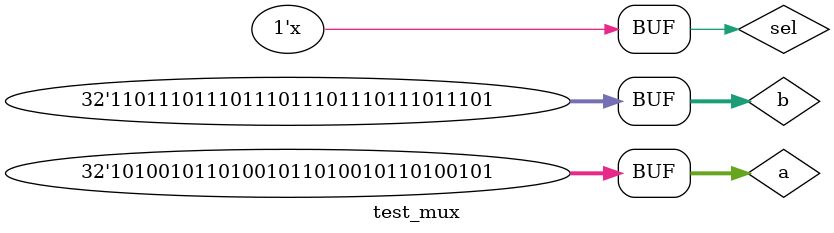
<source format=v>
`timescale 1ns / 1ps
`include "MUX.v"

module test_mux;

    wire [31:0] y;
    reg [31:0] a, b;
    reg sel;
	 
	 

    MUX testing_mux (a, b, sel, y);
    initial begin

        a = 32 'hAAAAAAAA;
	     b = 32 'h55555555;
	     sel = 1 'b1;
	     #10;
	     a = 32 'h00000000;
	     #10;
	     sel = 1 'b1;
	     #10;
	     b = 32 'hFFFFFFFF;
		  #5;
		  a = 32 'hA5A5A5A5;
		  #5
		  sel = 1 'b0;
		  b = 32 'hDDDDDDDD;
		  #5 sel = 1 'bx;
    end

    always @(a or b or sel)
	     #1 $display(" At t = %0d sel = %b a = %h b = %h y = %h " , $time, sel, a, b, y) ;

endmodule 
</source>
